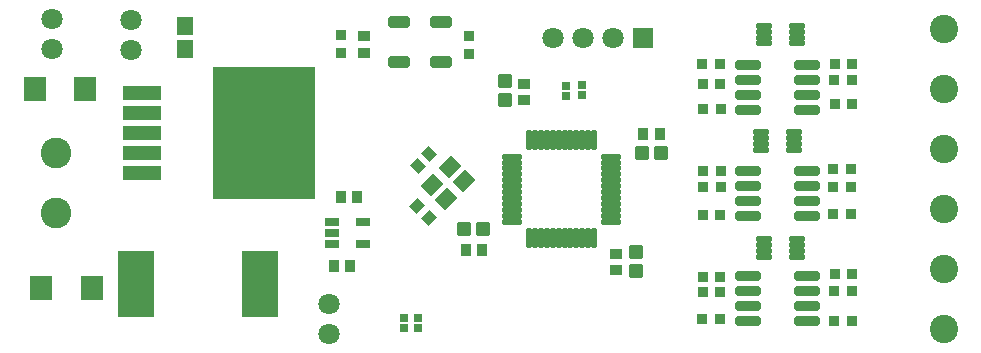
<source format=gbr>
%TF.GenerationSoftware,Altium Limited,Altium Designer,22.5.1 (42)*%
G04 Layer_Color=8388736*
%FSLAX45Y45*%
%MOMM*%
%TF.SameCoordinates,F63A7803-94E7-494B-9888-F8709FA5C5B4*%
%TF.FilePolarity,Negative*%
%TF.FileFunction,Soldermask,Top*%
%TF.Part,Single*%
G01*
G75*
%TA.AperFunction,ComponentPad*%
%ADD40R,1.80160X1.80160*%
%ADD41C,1.80160*%
%ADD42C,2.60320*%
%ADD43C,1.80320*%
%ADD44C,2.40002*%
%TA.AperFunction,SMDPad,CuDef*%
%ADD53R,0.64160X0.66726*%
G04:AMPARAMS|DCode=54|XSize=1.9032mm|YSize=1.0032mm|CornerRadius=0.3016mm|HoleSize=0mm|Usage=FLASHONLY|Rotation=0.000|XOffset=0mm|YOffset=0mm|HoleType=Round|Shape=RoundedRectangle|*
%AMROUNDEDRECTD54*
21,1,1.90320,0.40000,0,0,0.0*
21,1,1.30000,1.00320,0,0,0.0*
1,1,0.60320,0.65000,-0.20000*
1,1,0.60320,-0.65000,-0.20000*
1,1,0.60320,-0.65000,0.20000*
1,1,0.60320,0.65000,0.20000*
%
%ADD54ROUNDEDRECTD54*%
G04:AMPARAMS|DCode=55|XSize=0.4832mm|YSize=1.7632mm|CornerRadius=0.1716mm|HoleSize=0mm|Usage=FLASHONLY|Rotation=0.000|XOffset=0mm|YOffset=0mm|HoleType=Round|Shape=RoundedRectangle|*
%AMROUNDEDRECTD55*
21,1,0.48320,1.42000,0,0,0.0*
21,1,0.14000,1.76320,0,0,0.0*
1,1,0.34320,0.07000,-0.71000*
1,1,0.34320,-0.07000,-0.71000*
1,1,0.34320,-0.07000,0.71000*
1,1,0.34320,0.07000,0.71000*
%
%ADD55ROUNDEDRECTD55*%
G04:AMPARAMS|DCode=56|XSize=0.4832mm|YSize=1.7632mm|CornerRadius=0.1716mm|HoleSize=0mm|Usage=FLASHONLY|Rotation=90.000|XOffset=0mm|YOffset=0mm|HoleType=Round|Shape=RoundedRectangle|*
%AMROUNDEDRECTD56*
21,1,0.48320,1.42000,0,0,90.0*
21,1,0.14000,1.76320,0,0,90.0*
1,1,0.34320,0.71000,0.07000*
1,1,0.34320,0.71000,-0.07000*
1,1,0.34320,-0.71000,-0.07000*
1,1,0.34320,-0.71000,0.07000*
%
%ADD56ROUNDEDRECTD56*%
%ADD57R,1.00160X0.90160*%
%ADD58R,0.96561X0.90808*%
G04:AMPARAMS|DCode=59|XSize=1.1432mm|YSize=1.2232mm|CornerRadius=0.1956mm|HoleSize=0mm|Usage=FLASHONLY|Rotation=0.000|XOffset=0mm|YOffset=0mm|HoleType=Round|Shape=RoundedRectangle|*
%AMROUNDEDRECTD59*
21,1,1.14320,0.83200,0,0,0.0*
21,1,0.75200,1.22320,0,0,0.0*
1,1,0.39120,0.37600,-0.41600*
1,1,0.39120,-0.37600,-0.41600*
1,1,0.39120,-0.37600,0.41600*
1,1,0.39120,0.37600,0.41600*
%
%ADD59ROUNDEDRECTD59*%
%ADD60R,0.90160X1.00160*%
%ADD61R,1.90089X2.09901*%
%ADD62R,0.90808X0.96561*%
G04:AMPARAMS|DCode=63|XSize=2.1732mm|YSize=0.7932mm|CornerRadius=0.17535mm|HoleSize=0mm|Usage=FLASHONLY|Rotation=0.000|XOffset=0mm|YOffset=0mm|HoleType=Round|Shape=RoundedRectangle|*
%AMROUNDEDRECTD63*
21,1,2.17320,0.44250,0,0,0.0*
21,1,1.82250,0.79320,0,0,0.0*
1,1,0.35070,0.91125,-0.22125*
1,1,0.35070,-0.91125,-0.22125*
1,1,0.35070,-0.91125,0.22125*
1,1,0.35070,0.91125,0.22125*
%
%ADD63ROUNDEDRECTD63*%
G04:AMPARAMS|DCode=64|XSize=1.3232mm|YSize=0.4732mm|CornerRadius=0.13535mm|HoleSize=0mm|Usage=FLASHONLY|Rotation=180.000|XOffset=0mm|YOffset=0mm|HoleType=Round|Shape=RoundedRectangle|*
%AMROUNDEDRECTD64*
21,1,1.32320,0.20250,0,0,180.0*
21,1,1.05250,0.47320,0,0,180.0*
1,1,0.27070,-0.52625,0.10125*
1,1,0.27070,0.52625,0.10125*
1,1,0.27070,0.52625,-0.10125*
1,1,0.27070,-0.52625,-0.10125*
%
%ADD64ROUNDEDRECTD64*%
G04:AMPARAMS|DCode=65|XSize=1.1432mm|YSize=1.2232mm|CornerRadius=0.1956mm|HoleSize=0mm|Usage=FLASHONLY|Rotation=270.000|XOffset=0mm|YOffset=0mm|HoleType=Round|Shape=RoundedRectangle|*
%AMROUNDEDRECTD65*
21,1,1.14320,0.83200,0,0,270.0*
21,1,0.75200,1.22320,0,0,270.0*
1,1,0.39120,-0.41600,-0.37600*
1,1,0.39120,-0.41600,0.37600*
1,1,0.39120,0.41600,0.37600*
1,1,0.39120,0.41600,-0.37600*
%
%ADD65ROUNDEDRECTD65*%
G04:AMPARAMS|DCode=66|XSize=1.5016mm|YSize=1.3016mm|CornerRadius=0mm|HoleSize=0mm|Usage=FLASHONLY|Rotation=225.000|XOffset=0mm|YOffset=0mm|HoleType=Round|Shape=Rectangle|*
%AMROTATEDRECTD66*
4,1,4,0.07071,0.99108,0.99108,0.07071,-0.07071,-0.99108,-0.99108,-0.07071,0.07071,0.99108,0.0*
%
%ADD66ROTATEDRECTD66*%

G04:AMPARAMS|DCode=67|XSize=0.9016mm|YSize=1.0016mm|CornerRadius=0mm|HoleSize=0mm|Usage=FLASHONLY|Rotation=315.000|XOffset=0mm|YOffset=0mm|HoleType=Round|Shape=Rectangle|*
%AMROTATEDRECTD67*
4,1,4,-0.67288,-0.03535,0.03535,0.67288,0.67288,0.03535,-0.03535,-0.67288,-0.67288,-0.03535,0.0*
%
%ADD67ROTATEDRECTD67*%

G04:AMPARAMS|DCode=68|XSize=0.9016mm|YSize=1.0016mm|CornerRadius=0mm|HoleSize=0mm|Usage=FLASHONLY|Rotation=45.000|XOffset=0mm|YOffset=0mm|HoleType=Round|Shape=Rectangle|*
%AMROTATEDRECTD68*
4,1,4,0.03535,-0.67288,-0.67288,0.03535,-0.03535,0.67288,0.67288,-0.03535,0.03535,-0.67288,0.0*
%
%ADD68ROTATEDRECTD68*%

%ADD69R,1.30320X0.80320*%
%ADD70R,3.10319X5.60319*%
%ADD71R,1.45161X1.51160*%
%ADD72R,8.70318X11.20318*%
%ADD73R,3.28602X1.22319*%
D40*
X5473801Y2779001D02*
D03*
D41*
X5219801D02*
D03*
X4965801D02*
D03*
X4711801D02*
D03*
D42*
X508101Y1293101D02*
D03*
Y1801101D02*
D03*
D43*
X2818401Y270201D02*
D03*
Y524201D02*
D03*
X1142240Y2926400D02*
D03*
X1142241Y2672400D02*
D03*
X469940Y2938401D02*
D03*
X469941Y2684400D02*
D03*
D44*
X8026501Y315201D02*
D03*
Y823201D02*
D03*
Y1331201D02*
D03*
Y1839201D02*
D03*
Y2347201D02*
D03*
Y2855201D02*
D03*
D53*
X4963401Y2290219D02*
D03*
Y2376782D02*
D03*
X4824201Y2280519D02*
D03*
Y2367082D02*
D03*
X3575601Y408064D02*
D03*
Y321501D02*
D03*
X3451501Y407364D02*
D03*
Y320801D02*
D03*
D54*
X3414301Y2910401D02*
D03*
Y2570401D02*
D03*
X3763601Y2572001D02*
D03*
Y2912001D02*
D03*
D55*
X4513001Y1914301D02*
D03*
X4563001D02*
D03*
X4613001D02*
D03*
X4663001D02*
D03*
X4713000D02*
D03*
X4763001D02*
D03*
X4813001D02*
D03*
X4863001D02*
D03*
X4913001D02*
D03*
X4963000D02*
D03*
X5013001D02*
D03*
X5063001D02*
D03*
Y1078301D02*
D03*
X5013001D02*
D03*
X4963000D02*
D03*
X4913001D02*
D03*
X4863001D02*
D03*
X4813001D02*
D03*
X4763001D02*
D03*
X4713000D02*
D03*
X4663001D02*
D03*
X4613001D02*
D03*
X4563001D02*
D03*
X4513001D02*
D03*
D56*
X5206001Y1771301D02*
D03*
Y1721301D02*
D03*
Y1671301D02*
D03*
Y1621301D02*
D03*
Y1571301D02*
D03*
Y1521301D02*
D03*
Y1471301D02*
D03*
Y1421301D02*
D03*
Y1371301D02*
D03*
Y1321301D02*
D03*
Y1271301D02*
D03*
Y1221301D02*
D03*
X4370001D02*
D03*
Y1271301D02*
D03*
Y1321301D02*
D03*
Y1371301D02*
D03*
Y1421301D02*
D03*
Y1471301D02*
D03*
Y1521301D02*
D03*
Y1571301D02*
D03*
Y1621301D02*
D03*
Y1671301D02*
D03*
Y1721301D02*
D03*
Y1771301D02*
D03*
D57*
X3119101Y2790090D02*
D03*
Y2650111D02*
D03*
X4473985Y2249922D02*
D03*
X4473985Y2389901D02*
D03*
X5245201Y810501D02*
D03*
Y950480D02*
D03*
D58*
X2918901Y2799925D02*
D03*
Y2649277D02*
D03*
X4003101Y2639204D02*
D03*
Y2789851D02*
D03*
D59*
X3965000Y1155801D02*
D03*
X4123001Y1155801D02*
D03*
X5630001Y1801101D02*
D03*
X5472000D02*
D03*
D60*
X3977700Y978001D02*
D03*
X4117680Y978001D02*
D03*
X5619990Y1966201D02*
D03*
X5480011D02*
D03*
X2857711Y846801D02*
D03*
X2997690D02*
D03*
X3057090Y1428101D02*
D03*
X2917110D02*
D03*
D61*
X326248Y2345301D02*
D03*
X751952D02*
D03*
X384148Y658101D02*
D03*
X809852D02*
D03*
D62*
X7248924Y2418101D02*
D03*
X7098277D02*
D03*
X7249524Y2555901D02*
D03*
X7098877D02*
D03*
X6133625Y1516001D02*
D03*
X5982977D02*
D03*
X6133625Y1648401D02*
D03*
X5982977D02*
D03*
X5983877Y2172301D02*
D03*
X6134524D02*
D03*
X6132125Y2390201D02*
D03*
X5981477D02*
D03*
X6130625Y2553101D02*
D03*
X5979977D02*
D03*
X7084977Y1518201D02*
D03*
X7235624D02*
D03*
X7238424Y1663001D02*
D03*
X7087777D02*
D03*
X7099401Y2220201D02*
D03*
X7250048D02*
D03*
X6131724Y392601D02*
D03*
X5981077D02*
D03*
X6133424Y621901D02*
D03*
X5982777D02*
D03*
X6133425Y754901D02*
D03*
X5982777D02*
D03*
X6132124Y1273201D02*
D03*
X5981477D02*
D03*
X7247224Y382901D02*
D03*
X7096577D02*
D03*
X7250225Y773901D02*
D03*
X7099577D02*
D03*
X7098277Y630301D02*
D03*
X7248925D02*
D03*
X7237324Y1286001D02*
D03*
X7086677D02*
D03*
D63*
X6864300Y1521701D02*
D03*
Y1394701D02*
D03*
X6369301Y1267701D02*
D03*
Y1394701D02*
D03*
Y1521701D02*
D03*
Y1648701D02*
D03*
X6864300D02*
D03*
Y1267701D02*
D03*
Y2423401D02*
D03*
Y2296401D02*
D03*
X6369301Y2169401D02*
D03*
Y2296401D02*
D03*
Y2423401D02*
D03*
Y2550401D02*
D03*
X6864300D02*
D03*
Y2169401D02*
D03*
Y632701D02*
D03*
Y505701D02*
D03*
X6369301Y378701D02*
D03*
Y505701D02*
D03*
Y632701D02*
D03*
Y759701D02*
D03*
X6864300D02*
D03*
Y378701D02*
D03*
D64*
X6476300Y1827701D02*
D03*
Y1927701D02*
D03*
Y1977701D02*
D03*
X6757301D02*
D03*
Y1927701D02*
D03*
Y1827701D02*
D03*
X6476300Y1877701D02*
D03*
X6757301D02*
D03*
X6782701Y2779401D02*
D03*
X6501700D02*
D03*
X6782701Y2729401D02*
D03*
Y2829401D02*
D03*
Y2879401D02*
D03*
X6501700D02*
D03*
Y2829401D02*
D03*
Y2729401D02*
D03*
X6502501Y925601D02*
D03*
Y1025601D02*
D03*
Y1075601D02*
D03*
X6783501D02*
D03*
Y1025601D02*
D03*
Y925601D02*
D03*
X6502501Y975601D02*
D03*
X6783501D02*
D03*
D65*
X4304901Y2408201D02*
D03*
Y2250201D02*
D03*
X5417300Y806701D02*
D03*
Y964701D02*
D03*
D66*
X3690008Y1530719D02*
D03*
X3965792Y1566083D02*
D03*
X3845577Y1686287D02*
D03*
X3810218Y1410509D02*
D03*
D67*
X3665491Y1251211D02*
D03*
X3566510Y1350191D02*
D03*
D68*
X3667291Y1793891D02*
D03*
X3568310Y1694911D02*
D03*
D69*
X3102910Y1221496D02*
D03*
X3102910Y1031505D02*
D03*
X2842890D02*
D03*
Y1126501D02*
D03*
Y1221497D02*
D03*
D70*
X2235301Y696201D02*
D03*
X1185290D02*
D03*
D71*
X1600301Y2678998D02*
D03*
Y2879003D02*
D03*
D72*
X2267101Y1971202D02*
D03*
D73*
X1235120Y1631202D02*
D03*
X1235119Y1801202D02*
D03*
X1235120Y1971202D02*
D03*
X1235119Y2141202D02*
D03*
X1235120Y2311201D02*
D03*
%TF.MD5,16bf54d6cb9ed2397b1522e475c47f11*%
M02*

</source>
